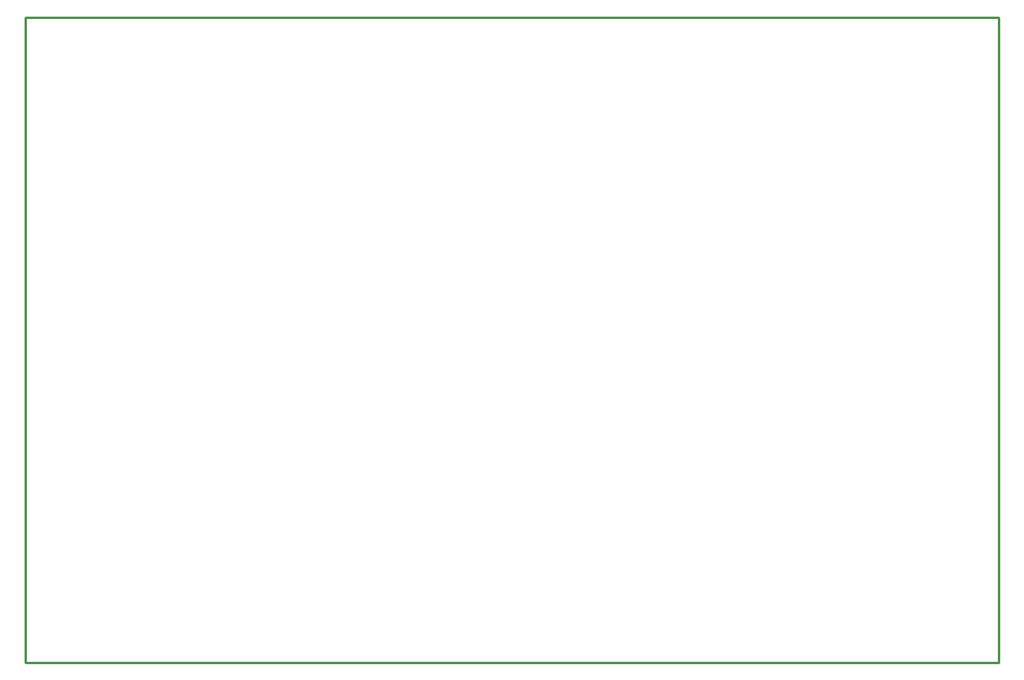
<source format=gko>
G04 Layer: BoardOutlineLayer*
G04 EasyEDA v6.5.22, 2022-10-31 13:41:45*
G04 028e3914a6f949ed9ca799ef75e4ed4f,10*
G04 Gerber Generator version 0.2*
G04 Scale: 100 percent, Rotated: No, Reflected: No *
G04 Dimensions in inches *
G04 leading zeros omitted , absolute positions ,3 integer and 6 decimal *
%FSLAX36Y36*%
%MOIN*%

%ADD10C,0.0100*%
D10*
X275590Y3346450D02*
G01*
X4370069Y3346450D01*
X4370069Y629920D01*
X275590Y629920D01*
X275590Y3346450D01*

%LPD*%
M02*

</source>
